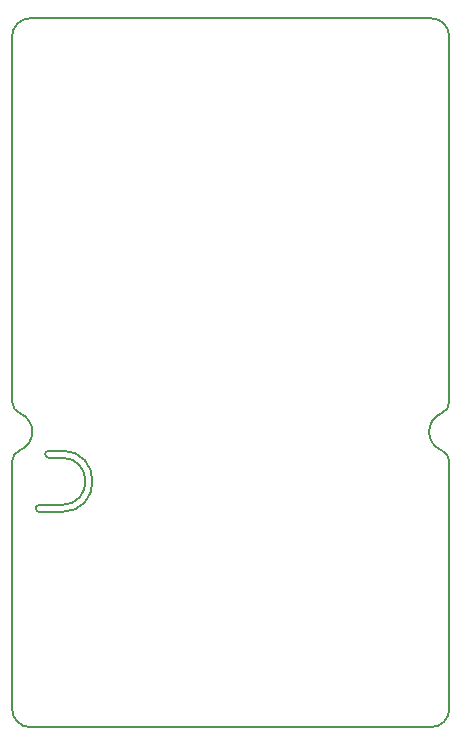
<source format=gm1>
G04 #@! TF.GenerationSoftware,KiCad,Pcbnew,(5.0.1-3-g963ef8bb5)*
G04 #@! TF.CreationDate,2019-11-24T12:04:57+01:00*
G04 #@! TF.ProjectId,oibus-mini-CCC,6F696275732D6D696E692D4343432E6B,rev?*
G04 #@! TF.SameCoordinates,Original*
G04 #@! TF.FileFunction,Profile,NP*
%FSLAX46Y46*%
G04 Gerber Fmt 4.6, Leading zero omitted, Abs format (unit mm)*
G04 Created by KiCad (PCBNEW (5.0.1-3-g963ef8bb5)) date 2019 November 24, Sunday 12:04:57*
%MOMM*%
%LPD*%
G01*
G04 APERTURE LIST*
%ADD10C,0.150000*%
%ADD11C,0.200000*%
G04 APERTURE END LIST*
D10*
X4200000Y22800000D02*
G75*
G02X4200000Y18800000I0J-2000000D01*
G01*
X2300000Y18200000D02*
G75*
G02X2300000Y18800000I0J300000D01*
G01*
X3100000Y22800000D02*
G75*
G02X3100000Y23400000I0J300000D01*
G01*
X2300000Y18200000D02*
X4200000Y18200000D01*
X4200000Y18800000D02*
X2300000Y18800000D01*
X3100000Y22800000D02*
X4200000Y22800000D01*
X4200000Y23400000D02*
X3100000Y23400000D01*
X4200000Y23400000D02*
G75*
G02X4200000Y18200000I0J-2600000D01*
G01*
D11*
X1500000Y59992013D02*
X35500000Y59992013D01*
X0Y1492013D02*
X0Y22484025D01*
X37000000Y58492013D02*
X37000000Y27500000D01*
X35500000Y59992013D02*
G75*
G02X37000000Y58492013I0J-1500000D01*
G01*
X0Y58492013D02*
G75*
G02X1500000Y59992013I1500000J0D01*
G01*
X37000000Y22500000D02*
X37000000Y1492013D01*
X36370370Y23412909D02*
G75*
G02X37000000Y22484025I-370370J-928884D01*
G01*
X37000000Y1492013D02*
G75*
G02X35500000Y-7987I-1500000J0D01*
G01*
X629630Y26571116D02*
G75*
G02X0Y27500000I370370J928884D01*
G01*
X629629Y26571115D02*
G75*
G02X629630Y23412909I-629629J-1579103D01*
G01*
X35500000Y-7987D02*
X1500000Y-7987D01*
X0Y27500000D02*
X0Y58492013D01*
X0Y22484025D02*
G75*
G02X629630Y23412909I1000000J0D01*
G01*
X1500000Y-7987D02*
G75*
G02X0Y1492013I0J1500000D01*
G01*
X36370370Y23412908D02*
G75*
G02X36370370Y26571116I629630J1579104D01*
G01*
X37000000Y27500000D02*
G75*
G02X36370370Y26571116I-1000000J0D01*
G01*
M02*

</source>
